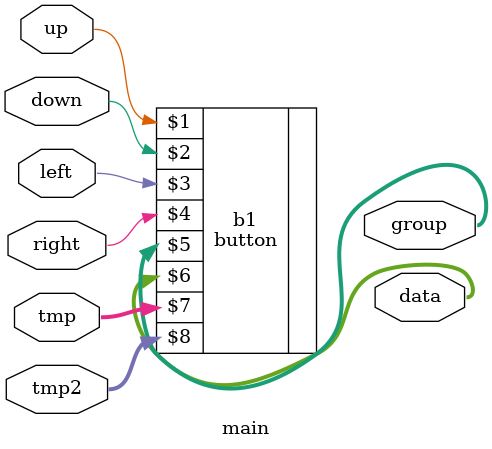
<source format=v>
`timescale 1ns / 1ps


module main(up, down, left, right, group, data, tmp, tmp2);
input up, down, left, right;
input[3:0] tmp;
input[3:0] tmp2;
output[3:0] group;
output[7:0] data;
button b1(up, down, left, right, group, data, tmp, tmp2);
endmodule

</source>
